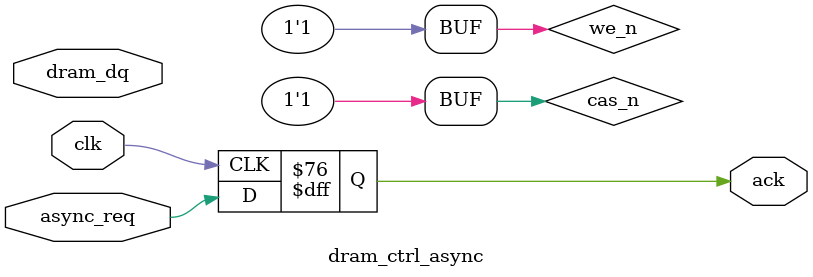
<source format=sv>
module dram_ctrl_async #(
    parameter BANK_ADDR_WIDTH = 3,
    parameter ROW_ADDR_WIDTH = 13,
    parameter COL_ADDR_WIDTH = 10
)(
    input clk,
    input async_req,
    output reg ack,
    inout [15:0] dram_dq
);
    // 地址多路复用控制
    reg ras_n, cas_n, we_n;
    reg [BANK_ADDR_WIDTH-1:0] bank_addr;
    
    // Booth乘法器相关信号
    reg [15:0] booth_a, booth_b;
    reg [31:0] booth_result;
    reg [4:0] booth_counter;
    reg booth_done;
    
    // Booth乘法器状态机
    reg [1:0] booth_state;
    localparam IDLE = 2'b00;
    localparam MULTIPLY = 2'b01;
    localparam DONE = 2'b10;
    
    // 桶形移位器相关信号
    wire [31:0] shift_stage [0:4];
    reg [31:0] shift_result;
    
    // 桶形移位器实现
    generate
        genvar i;
        for(i = 0; i < 5; i = i + 1) begin : barrel_shifter
            assign shift_stage[i] = (booth_counter[i]) ? 
                (booth_a << (1 << i)) : booth_a;
        end
    endgenerate
    
    // Booth乘法器实现
    always @(posedge clk) begin
        case(booth_state)
            IDLE: begin
                if(async_req && !ack) begin
                    booth_a <= dram_dq;
                    booth_b <= dram_dq;
                    booth_counter <= 5'd0;
                    booth_state <= MULTIPLY;
                end
            end
            MULTIPLY: begin
                if(booth_counter < 5'd16) begin
                    // 使用桶形移位器结果
                    booth_result <= booth_result + shift_stage[0] + 
                                  shift_stage[1] + shift_stage[2] + 
                                  shift_stage[3] + shift_stage[4];
                    booth_counter <= booth_counter + 1;
                end else begin
                    booth_state <= DONE;
                end
            end
            DONE: begin
                booth_done <= 1'b1;
                booth_state <= IDLE;
            end
        endcase
    end
    
    // 组合逻辑接口控制
    always @(*) begin
        if(async_req && !ack) begin
            ras_n = 0;
            cas_n = 1;
            we_n = 1;
        end
        else begin
            ras_n = 1;
            cas_n = 1;
            we_n = 1;
        end
    end
    
    // 时序控制单元
    always @(posedge clk) begin
        ack <= async_req;
    end
endmodule
</source>
